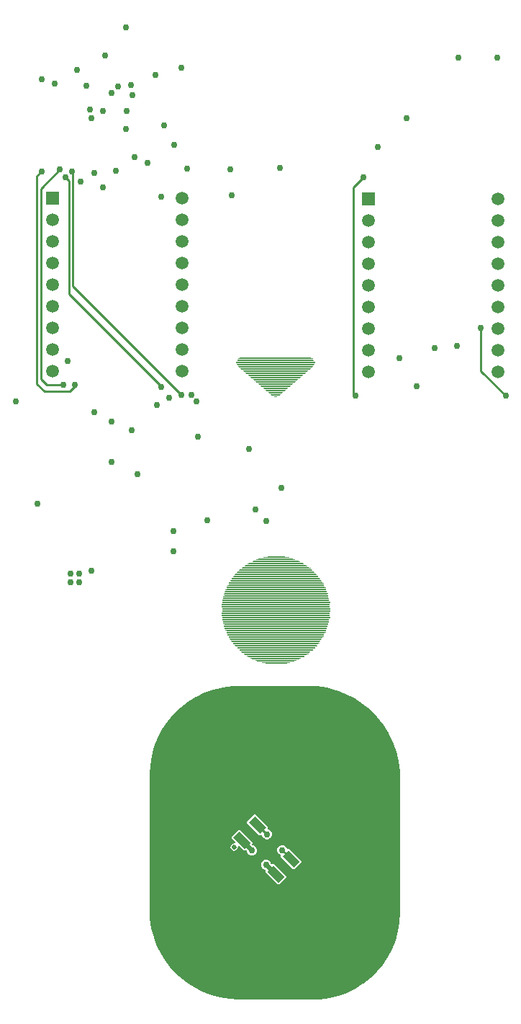
<source format=gbr>
G04 EAGLE Gerber X2 export*
%TF.Part,Single*%
%TF.FileFunction,Copper,L1,Top,Mixed*%
%TF.FilePolarity,Positive*%
%TF.GenerationSoftware,Autodesk,EAGLE,9.0.1*%
%TF.CreationDate,2018-06-28T06:38:32Z*%
G75*
%MOMM*%
%FSLAX34Y34*%
%LPD*%
%AMOC8*
5,1,8,0,0,1.08239X$1,22.5*%
G01*
%ADD10R,1.607819X0.084838*%
%ADD11R,2.623819X0.084581*%
%ADD12R,3.302000X0.084581*%
%ADD13R,3.893819X0.084838*%
%ADD14R,4.401819X0.084581*%
%ADD15R,4.826000X0.084581*%
%ADD16R,5.163819X0.084838*%
%ADD17R,5.588000X0.084581*%
%ADD18R,5.925819X0.084581*%
%ADD19R,6.179819X0.084838*%
%ADD20R,6.520181X0.084581*%
%ADD21R,6.774181X0.084581*%
%ADD22R,7.028181X0.084838*%
%ADD23R,7.282181X0.084581*%
%ADD24R,7.536181X0.084581*%
%ADD25R,7.703819X0.084838*%
%ADD26R,7.957819X0.084581*%
%ADD27R,8.128000X0.084581*%
%ADD28R,8.382000X0.084838*%
%ADD29R,8.552181X0.084581*%
%ADD30R,8.719819X0.084581*%
%ADD31R,8.890000X0.084838*%
%ADD32R,9.060181X0.084581*%
%ADD33R,9.227819X0.084581*%
%ADD34R,9.398000X0.084838*%
%ADD35R,9.568181X0.084581*%
%ADD36R,9.652000X0.084581*%
%ADD37R,9.822181X0.084838*%
%ADD38R,9.989819X0.084581*%
%ADD39R,10.076181X0.084581*%
%ADD40R,10.243819X0.084838*%
%ADD41R,10.330181X0.084581*%
%ADD42R,10.497819X0.084581*%
%ADD43R,10.584181X0.084838*%
%ADD44R,10.668000X0.084581*%
%ADD45R,10.838181X0.084581*%
%ADD46R,10.922000X0.084838*%
%ADD47R,11.005819X0.084581*%
%ADD48R,11.092181X0.084581*%
%ADD49R,11.176000X0.084838*%
%ADD50R,11.346181X0.084581*%
%ADD51R,11.513819X0.084838*%
%ADD52R,11.513819X0.084581*%
%ADD53R,11.600181X0.084581*%
%ADD54R,11.684000X0.084838*%
%ADD55R,11.767819X0.084581*%
%ADD56R,11.854181X0.084581*%
%ADD57R,11.938000X0.084838*%
%ADD58R,12.021819X0.084581*%
%ADD59R,12.108181X0.084838*%
%ADD60R,12.192000X0.084581*%
%ADD61R,12.275819X0.084838*%
%ADD62R,12.275819X0.084581*%
%ADD63R,12.362181X0.084581*%
%ADD64R,12.362181X0.084838*%
%ADD65R,12.446000X0.084581*%
%ADD66R,12.529819X0.084838*%
%ADD67R,12.529819X0.084581*%
%ADD68R,12.616181X0.084838*%
%ADD69R,12.616181X0.084581*%
%ADD70R,12.700000X0.084838*%
%ADD71R,12.700000X0.084581*%
%ADD72R,12.783819X0.084838*%
%ADD73R,12.783819X0.084581*%
%ADD74R,12.192000X0.084838*%
%ADD75R,12.108181X0.084581*%
%ADD76R,12.021819X0.084838*%
%ADD77R,11.938000X0.084581*%
%ADD78R,11.854181X0.084838*%
%ADD79R,11.430000X0.084838*%
%ADD80R,11.259819X0.084581*%
%ADD81R,10.838181X0.084838*%
%ADD82R,10.751819X0.084581*%
%ADD83R,10.497819X0.084838*%
%ADD84R,10.414000X0.084581*%
%ADD85R,10.160000X0.084838*%
%ADD86R,9.906000X0.084581*%
%ADD87R,9.735819X0.084838*%
%ADD88R,9.481819X0.084581*%
%ADD89R,9.314181X0.084838*%
%ADD90R,9.144000X0.084581*%
%ADD91R,8.973819X0.084581*%
%ADD92R,8.806181X0.084838*%
%ADD93R,8.636000X0.084581*%
%ADD94R,8.465819X0.084581*%
%ADD95R,8.298181X0.084838*%
%ADD96R,8.044181X0.084581*%
%ADD97R,7.790181X0.084581*%
%ADD98R,7.620000X0.084838*%
%ADD99R,7.366000X0.084581*%
%ADD100R,7.112000X0.084581*%
%ADD101R,6.858000X0.084838*%
%ADD102R,6.604000X0.084581*%
%ADD103R,6.350000X0.084581*%
%ADD104R,6.012181X0.084838*%
%ADD105R,5.671819X0.084581*%
%ADD106R,5.334000X0.084581*%
%ADD107R,4.996181X0.084838*%
%ADD108R,4.572000X0.084581*%
%ADD109R,4.064000X0.084581*%
%ADD110R,3.556000X0.084838*%
%ADD111R,2.964181X0.084581*%
%ADD112R,2.115819X0.084581*%
%ADD113R,0.678181X0.084838*%
%ADD114R,0.421637X0.084581*%
%ADD115R,1.016000X0.084581*%
%ADD116R,1.186181X0.084581*%
%ADD117R,1.353819X0.084838*%
%ADD118R,1.524000X0.084581*%
%ADD119R,1.694181X0.084581*%
%ADD120R,1.861819X0.084838*%
%ADD121R,2.202181X0.084581*%
%ADD122R,2.369819X0.084581*%
%ADD123R,2.540000X0.084838*%
%ADD124R,2.710181X0.084581*%
%ADD125R,2.877819X0.084581*%
%ADD126R,3.048000X0.084838*%
%ADD127R,3.385819X0.084581*%
%ADD128R,3.556000X0.084581*%
%ADD129R,3.726181X0.084838*%
%ADD130R,3.893819X0.084581*%
%ADD131R,4.318000X0.084838*%
%ADD132R,4.742181X0.084581*%
%ADD133R,4.909819X0.084838*%
%ADD134R,5.080000X0.084581*%
%ADD135R,5.250181X0.084581*%
%ADD136R,5.588000X0.084838*%
%ADD137R,5.758181X0.084581*%
%ADD138R,6.096000X0.084838*%
%ADD139R,6.266181X0.084581*%
%ADD140R,6.433819X0.084581*%
%ADD141R,6.774181X0.084838*%
%ADD142R,6.941819X0.084581*%
%ADD143R,7.282181X0.084838*%
%ADD144R,7.449819X0.084581*%
%ADD145R,7.620000X0.084581*%
%ADD146R,7.957819X0.084838*%
%ADD147R,8.298181X0.084581*%
%ADD148R,8.465819X0.084838*%
%ADD149R,8.806181X0.084581*%
%ADD150R,8.973819X0.084838*%
%ADD151R,9.057638X0.084581*%
%ADD152R,9.144000X0.084838*%
%ADD153R,9.230363X0.084581*%
%ADD154R,9.057638X0.084838*%
%ADD155R,8.890000X0.084581*%
%ADD156R,8.722363X0.084581*%
%ADD157R,8.382000X0.084581*%
%ADD158C,0.508000*%
%ADD159R,1.508000X1.508000*%
%ADD160C,1.508000*%
%ADD161R,1.850000X1.000000*%
%ADD162C,0.756400*%
%ADD163C,0.254000*%

G36*
X421142Y34800D02*
X421142Y34800D01*
X421165Y34799D01*
X431877Y35076D01*
X431894Y35079D01*
X432012Y35087D01*
X442634Y36502D01*
X442650Y36506D01*
X442767Y36527D01*
X453178Y39063D01*
X453193Y39069D01*
X453307Y39102D01*
X463390Y42732D01*
X463405Y42739D01*
X463514Y42784D01*
X473154Y47465D01*
X473168Y47474D01*
X473272Y47530D01*
X482359Y53210D01*
X482372Y53220D01*
X482470Y53287D01*
X490901Y59901D01*
X490913Y59913D01*
X491003Y59990D01*
X498683Y67463D01*
X498694Y67476D01*
X498775Y67562D01*
X505617Y75809D01*
X505626Y75823D01*
X505697Y75918D01*
X511624Y84846D01*
X511631Y84861D01*
X511646Y84884D01*
X511649Y84888D01*
X511652Y84895D01*
X511692Y84962D01*
X516635Y94470D01*
X516641Y94485D01*
X516691Y94593D01*
X520595Y104572D01*
X520599Y104588D01*
X520638Y104700D01*
X523459Y115038D01*
X523461Y115055D01*
X523487Y115170D01*
X525192Y125749D01*
X525193Y125766D01*
X525207Y125884D01*
X525777Y136584D01*
X525776Y136603D01*
X525779Y136652D01*
X525779Y303530D01*
X525779Y303532D01*
X525779Y303534D01*
X525769Y303694D01*
X524282Y315076D01*
X524278Y315092D01*
X524257Y315211D01*
X521557Y326367D01*
X521551Y326382D01*
X521517Y326498D01*
X517633Y337299D01*
X517626Y337314D01*
X517584Y337417D01*
X517583Y337420D01*
X517582Y337421D01*
X517580Y337425D01*
X512558Y347747D01*
X512549Y347760D01*
X512492Y347866D01*
X506389Y357588D01*
X506379Y357601D01*
X506311Y357700D01*
X499199Y366710D01*
X499187Y366721D01*
X499109Y366813D01*
X491070Y375006D01*
X491057Y375016D01*
X490969Y375098D01*
X482096Y382381D01*
X482082Y382389D01*
X481986Y382461D01*
X472382Y388748D01*
X472368Y388755D01*
X472264Y388817D01*
X462040Y394035D01*
X462024Y394040D01*
X461915Y394090D01*
X451189Y398179D01*
X451174Y398183D01*
X451059Y398221D01*
X439957Y401134D01*
X439941Y401136D01*
X439823Y401161D01*
X428471Y402864D01*
X428455Y402865D01*
X428335Y402877D01*
X416866Y403350D01*
X416851Y403349D01*
X416814Y403351D01*
X339598Y403351D01*
X339589Y403350D01*
X339570Y403351D01*
X328545Y403111D01*
X328528Y403108D01*
X328410Y403101D01*
X317472Y401694D01*
X317456Y401690D01*
X317340Y401670D01*
X306612Y399112D01*
X306596Y399106D01*
X306483Y399073D01*
X296087Y395393D01*
X296071Y395386D01*
X295962Y395342D01*
X286015Y390581D01*
X286000Y390572D01*
X285896Y390516D01*
X276509Y384728D01*
X276496Y384717D01*
X276398Y384651D01*
X267677Y377901D01*
X267665Y377889D01*
X267575Y377813D01*
X259618Y370177D01*
X259608Y370163D01*
X259526Y370078D01*
X252423Y361642D01*
X252414Y361628D01*
X252342Y361535D01*
X246173Y352393D01*
X246165Y352378D01*
X246104Y352278D01*
X240938Y342534D01*
X240932Y342518D01*
X240881Y342412D01*
X236777Y332176D01*
X236773Y332159D01*
X236733Y332048D01*
X233737Y321435D01*
X233734Y321418D01*
X233707Y321303D01*
X231852Y310432D01*
X231851Y310415D01*
X231836Y310298D01*
X231143Y299292D01*
X231145Y299271D01*
X231141Y299212D01*
X231141Y140970D01*
X231143Y140954D01*
X231142Y140913D01*
X231638Y129972D01*
X231641Y129956D01*
X231651Y129840D01*
X233293Y119012D01*
X233298Y118995D01*
X233320Y118881D01*
X236090Y108286D01*
X236097Y108270D01*
X236131Y108159D01*
X239998Y97913D01*
X240006Y97898D01*
X240052Y97791D01*
X244974Y88008D01*
X244984Y87994D01*
X245040Y87892D01*
X250962Y78680D01*
X250973Y78667D01*
X251040Y78572D01*
X257897Y70032D01*
X257909Y70020D01*
X257986Y69933D01*
X265701Y62161D01*
X265715Y62150D01*
X265800Y62071D01*
X274289Y55153D01*
X274304Y55143D01*
X274397Y55074D01*
X283565Y49085D01*
X283581Y49077D01*
X283681Y49018D01*
X293428Y44025D01*
X293444Y44019D01*
X293550Y43970D01*
X303767Y40028D01*
X303783Y40024D01*
X303894Y39987D01*
X314469Y37139D01*
X314486Y37137D01*
X314599Y37111D01*
X325414Y35390D01*
X325432Y35390D01*
X325547Y35376D01*
X336483Y34801D01*
X336502Y34802D01*
X336550Y34799D01*
X421132Y34799D01*
X421142Y34800D01*
G37*
%LPC*%
G36*
X350633Y204243D02*
X350633Y204243D01*
X348496Y205128D01*
X346860Y206764D01*
X345975Y208901D01*
X345975Y208918D01*
X345958Y209056D01*
X345945Y209195D01*
X345938Y209214D01*
X345935Y209234D01*
X345884Y209363D01*
X345837Y209494D01*
X345826Y209511D01*
X345818Y209529D01*
X345737Y209642D01*
X345659Y209757D01*
X345643Y209770D01*
X345632Y209787D01*
X345524Y209876D01*
X345420Y209968D01*
X345402Y209977D01*
X345387Y209990D01*
X345261Y210049D01*
X345137Y210112D01*
X345117Y210117D01*
X345099Y210125D01*
X344962Y210151D01*
X344827Y210182D01*
X344806Y210181D01*
X344787Y210185D01*
X344648Y210176D01*
X344509Y210172D01*
X344489Y210166D01*
X344469Y210165D01*
X344337Y210122D01*
X344203Y210084D01*
X344186Y210073D01*
X344167Y210067D01*
X344049Y209993D01*
X343950Y209934D01*
X342243Y209934D01*
X337364Y214814D01*
X337309Y214857D01*
X337260Y214907D01*
X337184Y214954D01*
X337113Y215009D01*
X337048Y215037D01*
X336989Y215073D01*
X336903Y215100D01*
X336821Y215135D01*
X336752Y215146D01*
X336685Y215167D01*
X336595Y215171D01*
X336507Y215185D01*
X336437Y215178D01*
X336367Y215182D01*
X336279Y215164D01*
X336190Y215155D01*
X336124Y215132D01*
X336056Y215117D01*
X335975Y215078D01*
X335891Y215048D01*
X335833Y215008D01*
X335770Y214978D01*
X335702Y214919D01*
X335628Y214869D01*
X335581Y214817D01*
X335528Y214771D01*
X335477Y214698D01*
X335417Y214631D01*
X335385Y214568D01*
X335345Y214511D01*
X335313Y214427D01*
X335273Y214347D01*
X335257Y214279D01*
X335232Y214214D01*
X335224Y214137D01*
X333823Y210753D01*
X330708Y209463D01*
X327593Y210753D01*
X326303Y213868D01*
X327593Y216983D01*
X330972Y218382D01*
X331033Y218388D01*
X331117Y218418D01*
X331204Y218439D01*
X331266Y218472D01*
X331332Y218495D01*
X331406Y218546D01*
X331486Y218588D01*
X331537Y218635D01*
X331595Y218674D01*
X331655Y218741D01*
X331721Y218801D01*
X331759Y218860D01*
X331806Y218912D01*
X331846Y218992D01*
X331896Y219067D01*
X331918Y219133D01*
X331950Y219195D01*
X331970Y219283D01*
X331999Y219368D01*
X332005Y219438D01*
X332020Y219506D01*
X332017Y219595D01*
X332024Y219685D01*
X332012Y219754D01*
X332010Y219824D01*
X331985Y219910D01*
X331970Y219998D01*
X331941Y220062D01*
X331922Y220129D01*
X331876Y220206D01*
X331839Y220288D01*
X331796Y220343D01*
X331760Y220403D01*
X331654Y220524D01*
X327971Y224207D01*
X327971Y225891D01*
X336233Y234152D01*
X337917Y234152D01*
X352189Y219880D01*
X352189Y218196D01*
X352032Y218040D01*
X351947Y217930D01*
X351858Y217823D01*
X351850Y217804D01*
X351837Y217788D01*
X351782Y217660D01*
X351723Y217535D01*
X351719Y217515D01*
X351711Y217496D01*
X351689Y217358D01*
X351663Y217222D01*
X351664Y217202D01*
X351661Y217182D01*
X351674Y217043D01*
X351683Y216905D01*
X351689Y216886D01*
X351691Y216866D01*
X351738Y216735D01*
X351781Y216603D01*
X351792Y216585D01*
X351799Y216566D01*
X351876Y216452D01*
X351951Y216334D01*
X351966Y216320D01*
X351977Y216303D01*
X352081Y216211D01*
X352183Y216116D01*
X352200Y216106D01*
X352216Y216093D01*
X352339Y216030D01*
X352461Y215962D01*
X352481Y215957D01*
X352499Y215948D01*
X352635Y215918D01*
X352769Y215883D01*
X352797Y215881D01*
X352809Y215878D01*
X352830Y215879D01*
X352930Y215873D01*
X352947Y215873D01*
X355084Y214988D01*
X356720Y213352D01*
X357605Y211215D01*
X357605Y208901D01*
X356720Y206764D01*
X355084Y205128D01*
X352947Y204243D01*
X350633Y204243D01*
G37*
%LPD*%
%LPC*%
G36*
X382195Y169983D02*
X382195Y169983D01*
X367923Y184255D01*
X367923Y186054D01*
X367919Y186084D01*
X367921Y186113D01*
X367899Y186241D01*
X367883Y186370D01*
X367872Y186397D01*
X367867Y186426D01*
X367814Y186545D01*
X367766Y186666D01*
X367748Y186689D01*
X367736Y186716D01*
X367655Y186818D01*
X367579Y186923D01*
X367556Y186942D01*
X367538Y186965D01*
X367434Y187043D01*
X367334Y187126D01*
X367307Y187138D01*
X367284Y187156D01*
X367139Y187227D01*
X365006Y188110D01*
X363370Y189746D01*
X362485Y191883D01*
X362485Y194197D01*
X363370Y196334D01*
X365006Y197970D01*
X367143Y198855D01*
X369457Y198855D01*
X371594Y197970D01*
X373230Y196334D01*
X373993Y194491D01*
X374017Y194448D01*
X374034Y194401D01*
X374096Y194310D01*
X374150Y194215D01*
X374185Y194179D01*
X374213Y194138D01*
X374295Y194065D01*
X374372Y193986D01*
X374414Y193960D01*
X374451Y193927D01*
X374549Y193877D01*
X374643Y193820D01*
X374690Y193806D01*
X374734Y193783D01*
X374842Y193759D01*
X374947Y193727D01*
X374996Y193724D01*
X375045Y193713D01*
X375154Y193717D01*
X375264Y193711D01*
X375313Y193721D01*
X375363Y193723D01*
X375468Y193753D01*
X375576Y193776D01*
X375620Y193798D01*
X375668Y193811D01*
X375763Y193867D01*
X375861Y193915D01*
X375899Y193948D01*
X375942Y193973D01*
X376063Y194079D01*
X376185Y194201D01*
X377868Y194201D01*
X392141Y179929D01*
X392141Y178245D01*
X383879Y169983D01*
X382195Y169983D01*
G37*
%LPD*%
%LPC*%
G36*
X368159Y223293D02*
X368159Y223293D01*
X366022Y224178D01*
X364386Y225814D01*
X363772Y227297D01*
X363747Y227341D01*
X363731Y227387D01*
X363669Y227478D01*
X363615Y227574D01*
X363580Y227609D01*
X363552Y227651D01*
X363470Y227723D01*
X363393Y227802D01*
X363351Y227828D01*
X363314Y227861D01*
X363216Y227911D01*
X363122Y227968D01*
X363075Y227983D01*
X363030Y228006D01*
X362923Y228030D01*
X362818Y228062D01*
X362769Y228064D01*
X362720Y228075D01*
X362610Y228072D01*
X362501Y228077D01*
X362452Y228067D01*
X362402Y228066D01*
X362297Y228035D01*
X362189Y228013D01*
X362144Y227991D01*
X362097Y227977D01*
X362002Y227921D01*
X361948Y227895D01*
X360204Y227895D01*
X345932Y242167D01*
X345932Y243851D01*
X354193Y252113D01*
X355877Y252113D01*
X370150Y237841D01*
X370150Y235905D01*
X370153Y235875D01*
X370151Y235846D01*
X370173Y235718D01*
X370189Y235589D01*
X370200Y235562D01*
X370205Y235533D01*
X370259Y235414D01*
X370307Y235293D01*
X370324Y235270D01*
X370336Y235243D01*
X370417Y235141D01*
X370493Y235036D01*
X370516Y235017D01*
X370535Y234994D01*
X370638Y234916D01*
X370738Y234833D01*
X370765Y234821D01*
X370789Y234803D01*
X370933Y234732D01*
X372610Y234038D01*
X374246Y232402D01*
X375131Y230265D01*
X375131Y227951D01*
X374246Y225814D01*
X372610Y224178D01*
X370473Y223293D01*
X368159Y223293D01*
G37*
%LPD*%
%LPC*%
G36*
X400155Y187943D02*
X400155Y187943D01*
X385883Y202216D01*
X385883Y204032D01*
X385879Y204061D01*
X385882Y204090D01*
X385860Y204218D01*
X385843Y204347D01*
X385833Y204375D01*
X385827Y204404D01*
X385774Y204522D01*
X385726Y204643D01*
X385709Y204667D01*
X385697Y204694D01*
X385616Y204795D01*
X385539Y204900D01*
X385517Y204919D01*
X385498Y204942D01*
X385395Y205020D01*
X385295Y205103D01*
X385268Y205116D01*
X385244Y205133D01*
X385100Y205204D01*
X384056Y205637D01*
X382420Y207272D01*
X381535Y209409D01*
X381535Y211723D01*
X382420Y213860D01*
X384056Y215496D01*
X386193Y216381D01*
X388507Y216381D01*
X390644Y215496D01*
X392279Y213860D01*
X392658Y212945D01*
X392673Y212919D01*
X392682Y212891D01*
X392752Y212782D01*
X392816Y212669D01*
X392836Y212648D01*
X392852Y212623D01*
X392947Y212533D01*
X393037Y212440D01*
X393062Y212425D01*
X393084Y212405D01*
X393198Y212342D01*
X393308Y212274D01*
X393337Y212265D01*
X393362Y212251D01*
X393488Y212219D01*
X393612Y212180D01*
X393642Y212179D01*
X393670Y212172D01*
X393831Y212161D01*
X395829Y212161D01*
X410101Y197889D01*
X410101Y196205D01*
X401839Y187943D01*
X400155Y187943D01*
G37*
%LPD*%
D10*
X380157Y428413D03*
D11*
X380157Y429261D03*
D12*
X380145Y430106D03*
D13*
X379726Y430953D03*
D14*
X379726Y431801D03*
D15*
X380145Y432646D03*
D16*
X380157Y433493D03*
D17*
X379738Y434341D03*
D18*
X379726Y435186D03*
D19*
X380157Y436033D03*
D20*
X380157Y436881D03*
D21*
X379726Y437726D03*
D22*
X380157Y438573D03*
D23*
X379726Y439421D03*
D24*
X380157Y440266D03*
D25*
X380157Y441113D03*
D26*
X379726Y441961D03*
D27*
X379738Y442806D03*
D28*
X380145Y443653D03*
D29*
X380157Y444501D03*
D30*
X380157Y445346D03*
D31*
X380145Y446193D03*
D32*
X380157Y447041D03*
D33*
X380157Y447886D03*
D34*
X380145Y448733D03*
D35*
X380157Y449581D03*
D36*
X379738Y450426D03*
D37*
X379726Y451273D03*
D38*
X379726Y452121D03*
D39*
X380157Y452966D03*
D40*
X380157Y453813D03*
D41*
X379726Y454661D03*
D42*
X379726Y455506D03*
D43*
X380157Y456353D03*
D44*
X379738Y457201D03*
D45*
X379726Y458046D03*
D46*
X380145Y458893D03*
D47*
X379726Y459741D03*
D48*
X380157Y460586D03*
D49*
X379738Y461433D03*
D50*
X379726Y462281D03*
X379726Y463126D03*
D51*
X379726Y463973D03*
D52*
X379726Y464821D03*
D53*
X380157Y465666D03*
D54*
X379738Y466513D03*
D55*
X380157Y467361D03*
D56*
X379726Y468206D03*
D57*
X380145Y469053D03*
D58*
X379726Y469901D03*
X379726Y470746D03*
D59*
X380157Y471593D03*
D60*
X379738Y472441D03*
X379738Y473286D03*
D61*
X380157Y474133D03*
D62*
X380157Y474981D03*
D63*
X379726Y475826D03*
D64*
X379726Y476673D03*
D65*
X380145Y477521D03*
X380145Y478366D03*
D66*
X379726Y479213D03*
D67*
X379726Y480061D03*
X379726Y480906D03*
D68*
X380157Y481753D03*
D69*
X380157Y482601D03*
X380157Y483446D03*
D70*
X379738Y484293D03*
D71*
X379738Y485141D03*
X379738Y485986D03*
D70*
X379738Y486833D03*
D71*
X379738Y487681D03*
X379738Y488526D03*
D72*
X380157Y489373D03*
D73*
X380157Y490221D03*
X380157Y491066D03*
D72*
X380157Y491913D03*
D73*
X380157Y492761D03*
X380157Y493606D03*
D70*
X379738Y494453D03*
D71*
X379738Y495301D03*
X379738Y496146D03*
D70*
X379738Y496993D03*
D71*
X379738Y497841D03*
X379738Y498686D03*
D70*
X379738Y499533D03*
D69*
X380157Y500381D03*
X380157Y501226D03*
D68*
X380157Y502073D03*
D67*
X379726Y502921D03*
X379726Y503766D03*
D66*
X379726Y504613D03*
D65*
X380145Y505461D03*
D63*
X379726Y506306D03*
D64*
X379726Y507153D03*
D63*
X379726Y508001D03*
D62*
X380157Y508846D03*
D74*
X379738Y509693D03*
D60*
X379738Y510541D03*
D75*
X380157Y511386D03*
D76*
X379726Y512233D03*
D58*
X379726Y513081D03*
D77*
X380145Y513926D03*
D78*
X379726Y514773D03*
D56*
X379726Y515621D03*
D55*
X380157Y516466D03*
D54*
X379738Y517313D03*
D53*
X380157Y518161D03*
D52*
X379726Y519006D03*
D79*
X380145Y519853D03*
D50*
X379726Y520701D03*
D80*
X380157Y521546D03*
D49*
X379738Y522393D03*
D48*
X380157Y523241D03*
D47*
X379726Y524086D03*
D81*
X379726Y524933D03*
D82*
X380157Y525781D03*
D44*
X379738Y526626D03*
D83*
X379726Y527473D03*
D84*
X380145Y528321D03*
D41*
X379726Y529166D03*
D85*
X379738Y530013D03*
D38*
X379726Y530861D03*
D86*
X380145Y531706D03*
D87*
X380157Y532553D03*
D36*
X379738Y533401D03*
D88*
X379726Y534246D03*
D89*
X379726Y535093D03*
D90*
X379738Y535941D03*
D91*
X379726Y536786D03*
D92*
X379726Y537633D03*
D93*
X379738Y538481D03*
D94*
X379726Y539326D03*
D95*
X379726Y540173D03*
D96*
X380157Y541021D03*
D97*
X379726Y541866D03*
D98*
X379738Y542713D03*
D99*
X380145Y543561D03*
D100*
X379738Y544406D03*
D101*
X380145Y545253D03*
D102*
X379738Y546101D03*
D103*
X380145Y546946D03*
D104*
X380157Y547793D03*
D105*
X380157Y548641D03*
D106*
X380145Y549486D03*
D107*
X380157Y550333D03*
D108*
X379738Y551181D03*
D109*
X379738Y552026D03*
D110*
X379738Y552873D03*
D111*
X380157Y553721D03*
D112*
X380157Y554566D03*
D113*
X379726Y555413D03*
D114*
X379307Y742526D03*
D113*
X379726Y743373D03*
D115*
X379738Y744221D03*
D116*
X379726Y745066D03*
D117*
X379726Y745913D03*
D118*
X379738Y746761D03*
D119*
X379726Y747606D03*
D120*
X379726Y748453D03*
D121*
X379726Y749301D03*
D122*
X379726Y750146D03*
D123*
X379738Y750993D03*
D124*
X379726Y751841D03*
D125*
X379726Y752686D03*
D126*
X379738Y753533D03*
D127*
X379726Y754381D03*
D128*
X379738Y755226D03*
D129*
X379726Y756073D03*
D130*
X379726Y756921D03*
D109*
X379738Y757766D03*
D131*
X379307Y758613D03*
D108*
X379738Y759461D03*
D132*
X379726Y760306D03*
D133*
X379726Y761153D03*
D134*
X379738Y762001D03*
D135*
X379726Y762846D03*
D136*
X379738Y763693D03*
D137*
X379726Y764541D03*
D18*
X379726Y765386D03*
D138*
X379738Y766233D03*
D139*
X379726Y767081D03*
D140*
X379726Y767926D03*
D141*
X379726Y768773D03*
D142*
X379726Y769621D03*
D100*
X379738Y770466D03*
D143*
X379726Y771313D03*
D144*
X379726Y772161D03*
D145*
X379738Y773006D03*
D146*
X379726Y773853D03*
D27*
X379738Y774701D03*
D147*
X379726Y775546D03*
D148*
X379726Y776393D03*
D93*
X379738Y777241D03*
D149*
X379726Y778086D03*
D150*
X379726Y778933D03*
D151*
X379307Y779781D03*
D90*
X379738Y780626D03*
D152*
X379738Y781473D03*
D153*
X379307Y782321D03*
X379307Y783166D03*
D154*
X379307Y784013D03*
D151*
X379307Y784861D03*
D155*
X379307Y785706D03*
D31*
X379307Y786553D03*
D156*
X379307Y787401D03*
D157*
X379307Y788246D03*
D158*
X330517Y213868D02*
X330519Y213895D01*
X330525Y213922D01*
X330534Y213947D01*
X330547Y213971D01*
X330564Y213993D01*
X330583Y214012D01*
X330605Y214029D01*
X330629Y214042D01*
X330654Y214051D01*
X330681Y214057D01*
X330708Y214059D01*
X330735Y214057D01*
X330762Y214051D01*
X330787Y214042D01*
X330811Y214029D01*
X330833Y214012D01*
X330852Y213993D01*
X330869Y213971D01*
X330882Y213947D01*
X330891Y213922D01*
X330897Y213895D01*
X330899Y213868D01*
X330897Y213841D01*
X330891Y213814D01*
X330882Y213789D01*
X330869Y213765D01*
X330852Y213743D01*
X330833Y213724D01*
X330811Y213707D01*
X330787Y213694D01*
X330762Y213685D01*
X330735Y213679D01*
X330708Y213677D01*
X330681Y213679D01*
X330654Y213685D01*
X330629Y213694D01*
X330605Y213707D01*
X330583Y213724D01*
X330564Y213743D01*
X330547Y213765D01*
X330534Y213789D01*
X330525Y213814D01*
X330519Y213841D01*
X330517Y213868D01*
D159*
X116832Y976400D03*
D160*
X116832Y951000D03*
X116832Y925600D03*
X116832Y900200D03*
X116832Y874800D03*
X116832Y849400D03*
X116832Y824000D03*
X116832Y798600D03*
X116832Y773200D03*
X269232Y773200D03*
X269232Y798600D03*
X269232Y824000D03*
X269232Y849400D03*
X269232Y874800D03*
X269232Y900200D03*
X269232Y925600D03*
X269232Y951000D03*
X269232Y976400D03*
D159*
X488348Y975990D03*
D160*
X488348Y950590D03*
X488348Y925190D03*
X488348Y899790D03*
X488348Y874390D03*
X488348Y848990D03*
X488348Y823590D03*
X488348Y798190D03*
X488348Y772790D03*
X640748Y772790D03*
X640748Y798190D03*
X640748Y823590D03*
X640748Y848990D03*
X640748Y874390D03*
X640748Y899790D03*
X640748Y925190D03*
X640748Y950590D03*
X640748Y975990D03*
D161*
G36*
X377027Y192168D02*
X390108Y179087D01*
X383037Y172016D01*
X369956Y185097D01*
X377027Y192168D01*
G37*
G36*
X394987Y210128D02*
X408068Y197047D01*
X400997Y189976D01*
X387916Y203057D01*
X394987Y210128D01*
G37*
G36*
X337075Y232119D02*
X350156Y219038D01*
X343085Y211967D01*
X330004Y225048D01*
X337075Y232119D01*
G37*
G36*
X355036Y250080D02*
X368117Y236999D01*
X361046Y229928D01*
X347965Y243009D01*
X355036Y250080D01*
G37*
D162*
X259080Y561340D03*
X259080Y585470D03*
X162560Y538480D03*
X288290Y695960D03*
X186690Y666750D03*
X99060Y617220D03*
X73660Y737870D03*
X104140Y1116330D03*
X119380Y1111250D03*
X191770Y1008380D03*
X260350Y1038860D03*
X275590Y1010920D03*
X594360Y1141730D03*
X186756Y714060D03*
X386080Y636270D03*
X525272Y788162D03*
X210058Y703834D03*
X368808Y597154D03*
X156464Y1108710D03*
X245110Y977900D03*
X384810Y1012190D03*
X210820Y1097280D03*
X368300Y193040D03*
D158*
X379248Y182092D01*
X380032Y182092D01*
D162*
X138430Y535178D03*
X148082Y535178D03*
X148082Y525526D03*
X138430Y525526D03*
X640334Y1141222D03*
X326136Y1010666D03*
X229108Y1017524D03*
X268478Y1129792D03*
X145542Y1126998D03*
X166370Y1005840D03*
X545818Y755650D03*
X299466Y598170D03*
X355600Y610362D03*
X217170Y652272D03*
X239776Y733044D03*
X351790Y210058D03*
D158*
X340080Y221768D01*
X340080Y222043D01*
D162*
X203200Y1177290D03*
X209550Y1108992D03*
X238506Y1120924D03*
X176530Y1078738D03*
X134620Y784860D03*
X499872Y1036320D03*
X533908Y1070102D03*
X179070Y1144270D03*
X166370Y725170D03*
X566420Y800100D03*
X149860Y995680D03*
X194310Y1107440D03*
X254000Y741680D03*
X186690Y1099820D03*
X593090Y802640D03*
D163*
X244856Y755026D02*
X244856Y754380D01*
X244856Y755026D02*
X136144Y863738D01*
D162*
X132080Y1001014D03*
D163*
X136144Y996950D01*
X136144Y863738D01*
D162*
X244856Y754380D03*
X161290Y1080770D03*
X280670Y745490D03*
X162560Y1070610D03*
X286820Y738070D03*
X268732Y745236D03*
D163*
X140716Y873252D01*
X140716Y1007364D02*
X140208Y1007872D01*
D162*
X140208Y1007872D03*
D163*
X140716Y1007364D02*
X140716Y873252D01*
D162*
X125730Y1009904D03*
D163*
X103124Y987298D02*
X103124Y764032D01*
X103124Y987298D02*
X125730Y1009904D01*
X103124Y764032D02*
X110236Y756920D01*
D162*
X129540Y756920D03*
D163*
X110236Y756920D01*
D162*
X650240Y744220D03*
D163*
X621030Y773430D01*
D162*
X621030Y824230D03*
D163*
X621030Y773430D01*
D162*
X104422Y1007872D03*
D163*
X98806Y1002256D01*
X98806Y757936D01*
X107442Y749300D01*
X137160Y749300D02*
X144780Y756920D01*
X143510Y756920D01*
D162*
X143510Y756920D03*
D163*
X137160Y749300D02*
X107442Y749300D01*
D162*
X387350Y210566D03*
D163*
X397864Y200052D01*
X397992Y200052D01*
D162*
X369316Y229108D03*
D163*
X358420Y240004D01*
X358041Y240004D01*
D162*
X248158Y1061720D03*
X204368Y1078840D03*
X203200Y1057910D03*
X482600Y1000760D03*
D163*
X471170Y989330D01*
X471170Y746760D02*
X473710Y744220D01*
D162*
X473710Y744220D03*
D163*
X471170Y746760D02*
X471170Y989330D01*
D162*
X176530Y989330D03*
X347980Y681990D03*
X214000Y1025000D03*
X328000Y980000D03*
M02*

</source>
